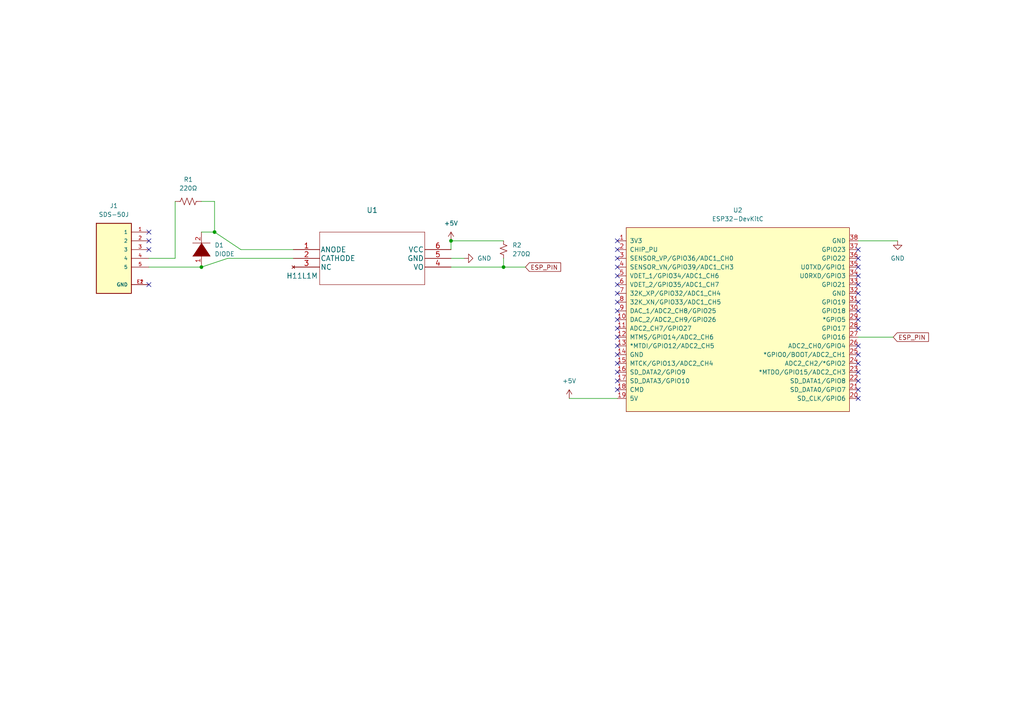
<source format=kicad_sch>
(kicad_sch (version 20211123) (generator eeschema)
  (paper "A4")
  (lib_symbols
    (symbol "Connector:SDS-50J" (pin_names (offset 1.016))
      (property "Reference" "J" (at -5.08 11.43 0))
      (property "Value" "SDS-50J" (at -5.08 -12.7 0))
      (symbol "SDS-50J_0_0"
        (rectangle (start -5.08 -10.16) (end 5.08 10.16) (stroke (width 0.254)) (fill (type background)))
        (pin passive line (at -10.16 7.62 0) (length 5.08) (name "1") (number "1"))
        (pin passive line (at -10.16 5.08 0) (length 5.08) (name "2") (number "2"))
        (pin passive line (at -10.16 2.54 0) (length 5.08) (name "3") (number "3"))
        (pin passive line (at -10.16 0 0) (length 5.08) (name "4") (number "4"))
        (pin passive line (at -10.16 -2.54 0) (length 5.08) (name "5") (number "5"))
        (pin power_in line (at -10.16 -7.62 0) (length 5.08) (name "GND") (number "E1"))
        (pin power_in line (at -10.16 -7.62 0) (length 5.08) (name "GND") (number "E2"))
      )
    )
    (symbol "Device:R_Small_US" (pin_numbers hide) (pin_names (offset 0.254) hide)
      (property "Reference" "R" (at 0.762 0.508 0))
      (property "Value" "R_Small_US" (at 0.762 -1.016 0))
      (symbol "R_Small_US_1_1"
        (polyline (pts (xy 0 0) (xy 1.016 -0.381) (xy 0 -0.762) (xy -1.016 -1.143) (xy 0 -1.524)))
        (polyline (pts (xy 0 1.524) (xy 1.016 1.143) (xy 0 0.762) (xy -1.016 0.381) (xy 0 0)))
        (pin passive line (at 0 2.54 270) (length 1.016) (name "~") (number "1"))
        (pin passive line (at 0 -2.54 90) (length 1.016) (name "~") (number "2"))
      )
    )
    (symbol "Device:R_US" (pin_numbers hide) (pin_names (offset 0))
      (property "Reference" "R" (at 2.54 0 90))
      (property "Value" "R_US" (at -2.54 0 90))
      (symbol "R_US_0_1"
        (polyline (pts (xy 0 -2.286) (xy 0 -2.54)))
        (polyline (pts (xy 0 2.286) (xy 0 2.54)))
        (polyline (pts (xy 0 -0.762) (xy 1.016 -1.143) (xy 0 -1.524) (xy -1.016 -1.905) (xy 0 -2.286)))
        (polyline (pts (xy 0 0.762) (xy 1.016 0.381) (xy 0 0) (xy -1.016 -0.381) (xy 0 -0.762)))
        (polyline (pts (xy 0 2.286) (xy 1.016 1.905) (xy 0 1.524) (xy -1.016 1.143) (xy 0 0.762)))
      )
      (symbol "R_US_1_1"
        (pin passive line (at 0 3.81 270) (length 1.27) (name "~") (number "1"))
        (pin passive line (at 0 -3.81 90) (length 1.27) (name "~") (number "2"))
      )
    )
    (symbol "Espressif:ESP32-DevKitC" (pin_names (offset 1.016))
      (property "Reference" "U" (at -8.89 26.67 0))
      (property "Value" "ESP32-DevKitC" (at 0 -29.21 0))
      (symbol "ESP32-DevKitC_0_0"
        (pin power_in line (at -33.02 -11.43 0) (length 2.54) (name "GND") (number "14"))
        (pin power_in line (at -33.02 -24.13 0) (length 2.54) (name "5V") (number "19"))
      )
      (symbol "ESP32-DevKitC_0_1"
        (rectangle (start -30.48 25.4) (end 34.29 -27.94) (fill (type background)))
      )
      (symbol "ESP32-DevKitC_1_1"
        (pin power_in line (at -33.02 21.59 0) (length 2.54) (name "3V3") (number "1"))
        (pin bidirectional line (at -33.02 -1.27 0) (length 2.54) (name "DAC_2/ADC2_CH9/GPIO26") (number "10"))
        (pin bidirectional line (at -33.02 -3.81 0) (length 2.54) (name "ADC2_CH7/GPIO27") (number "11"))
        (pin bidirectional line (at -33.02 -6.35 0) (length 2.54) (name "MTMS/GPIO14/ADC2_CH6") (number "12"))
        (pin bidirectional line (at -33.02 -8.89 0) (length 2.54) (name "*MTDI/GPIO12/ADC2_CH5") (number "13"))
        (pin bidirectional line (at -33.02 -13.97 0) (length 2.54) (name "MTCK/GPIO13/ADC2_CH4") (number "15"))
        (pin bidirectional line (at -33.02 -16.51 0) (length 2.54) (name "SD_DATA2/GPIO9") (number "16"))
        (pin bidirectional line (at -33.02 -19.05 0) (length 2.54) (name "SD_DATA3/GPIO10") (number "17"))
        (pin bidirectional line (at -33.02 -21.59 0) (length 2.54) (name "CMD") (number "18"))
        (pin input line (at -33.02 19.05 0) (length 2.54) (name "CHIP_PU") (number "2"))
        (pin bidirectional line (at 36.83 -24.13 180) (length 2.54) (name "SD_CLK/GPIO6") (number "20"))
        (pin bidirectional line (at 36.83 -21.59 180) (length 2.54) (name "SD_DATA0/GPIO7") (number "21"))
        (pin bidirectional line (at 36.83 -19.05 180) (length 2.54) (name "SD_DATA1/GPIO8") (number "22"))
        (pin bidirectional line (at 36.83 -16.51 180) (length 2.54) (name "*MTDO/GPIO15/ADC2_CH3") (number "23"))
        (pin bidirectional line (at 36.83 -13.97 180) (length 2.54) (name "ADC2_CH2/*GPIO2") (number "24"))
        (pin bidirectional line (at 36.83 -11.43 180) (length 2.54) (name "*GPIO0/BOOT/ADC2_CH1") (number "25"))
        (pin bidirectional line (at 36.83 -8.89 180) (length 2.54) (name "ADC2_CH0/GPIO4") (number "26"))
        (pin bidirectional line (at 36.83 -6.35 180) (length 2.54) (name "GPIO16") (number "27"))
        (pin bidirectional line (at 36.83 -3.81 180) (length 2.54) (name "GPIO17") (number "28"))
        (pin bidirectional line (at 36.83 -1.27 180) (length 2.54) (name "*GPIO5") (number "29"))
        (pin input line (at -33.02 16.51 0) (length 2.54) (name "SENSOR_VP/GPIO36/ADC1_CH0") (number "3"))
        (pin bidirectional line (at 36.83 1.27 180) (length 2.54) (name "GPIO18") (number "30"))
        (pin bidirectional line (at 36.83 3.81 180) (length 2.54) (name "GPIO19") (number "31"))
        (pin power_in line (at 36.83 6.35 180) (length 2.54) (name "GND") (number "32"))
        (pin bidirectional line (at 36.83 8.89 180) (length 2.54) (name "GPIO21") (number "33"))
        (pin bidirectional line (at 36.83 11.43 180) (length 2.54) (name "U0RXD/GPIO3") (number "34"))
        (pin bidirectional line (at 36.83 13.97 180) (length 2.54) (name "U0TXD/GPIO1") (number "35"))
        (pin bidirectional line (at 36.83 16.51 180) (length 2.54) (name "GPIO22") (number "36"))
        (pin bidirectional line (at 36.83 19.05 180) (length 2.54) (name "GPIO23") (number "37"))
        (pin power_in line (at 36.83 21.59 180) (length 2.54) (name "GND") (number "38"))
        (pin input line (at -33.02 13.97 0) (length 2.54) (name "SENSOR_VN/GPIO39/ADC1_CH3") (number "4"))
        (pin input line (at -33.02 11.43 0) (length 2.54) (name "VDET_1/GPIO34/ADC1_CH6") (number "5"))
        (pin input line (at -33.02 8.89 0) (length 2.54) (name "VDET_2/GPIO35/ADC1_CH7") (number "6"))
        (pin bidirectional line (at -33.02 6.35 0) (length 2.54) (name "32K_XP/GPIO32/ADC1_CH4") (number "7"))
        (pin bidirectional line (at -33.02 3.81 0) (length 2.54) (name "32K_XN/GPIO33/ADC1_CH5") (number "8"))
        (pin bidirectional line (at -33.02 1.27 0) (length 2.54) (name "DAC_1/ADC2_CH8/GPIO25") (number "9"))
      )
    )
    (symbol "OptoCoupler:H11L1M" (pin_names (offset 0.254))
      (property "Reference" "U" (at 22.86 10.16 0))
      (property "Value" "H11L1M" (at 22.86 7.62 0))
      (symbol "H11L1M_1_1"
        (polyline (pts (xy 7.62 -10.16) (xy 38.1 -10.16)) (stroke (width 0.127)))
        (polyline (pts (xy 7.62 5.08) (xy 7.62 -10.16)) (stroke (width 0.127)))
        (polyline (pts (xy 38.1 -10.16) (xy 38.1 5.08)) (stroke (width 0.127)))
        (polyline (pts (xy 38.1 5.08) (xy 7.62 5.08)) (stroke (width 0.127)))
        (pin unspecified line (at 0 0 0) (length 7.62) (name "ANODE") (number "1"))
        (pin unspecified line (at 0 -2.54 0) (length 7.62) (name "CATHODE") (number "2"))
        (pin no_connect line (at 0 -5.08 0) (length 7.62) (name "NC") (number "3"))
        (pin unspecified line (at 45.72 -5.08 180) (length 7.62) (name "VO") (number "4"))
        (pin power_in line (at 45.72 -2.54 180) (length 7.62) (name "GND") (number "5"))
        (pin power_in line (at 45.72 0 180) (length 7.62) (name "VCC") (number "6"))
      )
    )
    (symbol "power:+5V" (power) (pin_names (offset 0))
      (property "Value" "+5V" (at 0 3.556 0))
      (symbol "+5V_0_1"
        (polyline (pts (xy -0.762 1.27) (xy 0 2.54)))
        (polyline (pts (xy 0 0) (xy 0 2.54)))
        (polyline (pts (xy 0 2.54) (xy 0.762 1.27)))
      )
      (symbol "+5V_1_1"
        (pin power_in line (at 0 0 90) (length 0) hide (name "+5V") (number "1"))
      )
    )
    (symbol "power:GND" (power) (pin_names (offset 0))
      (property "Value" "GND" (at 0 -3.81 0))
      (symbol "GND_0_1"
        (polyline (pts (xy 0 0) (xy 0 -1.27) (xy 1.27 -1.27) (xy 0 -2.54) (xy -1.27 -1.27) (xy 0 -1.27)))
      )
      (symbol "GND_1_1"
        (pin power_in line (at 0 0 270) (length 0) hide (name "GND") (number "1"))
      )
    )
    (symbol "pspice:DIODE" (pin_names (offset 1.016) hide)
      (property "Reference" "D" (at 0 3.81 0))
      (property "Value" "DIODE" (at 0 -4.445 0))
      (symbol "DIODE_0_1"
        (polyline (pts (xy 1.905 2.54) (xy 1.905 -2.54)))
        (polyline (pts (xy -1.905 2.54) (xy -1.905 -2.54) (xy 1.905 0)) (fill (type outline)))
      )
      (symbol "DIODE_1_1"
        (pin input line (at -5.08 0 0) (length 3.81) (name "K") (number "1"))
        (pin input line (at 5.08 0 180) (length 3.81) (name "A") (number "2"))
      )
    )
  )
  (junction (at 130.81 69.85))
  (junction (at 146.05 77.47))
  (junction (at 58.42 77.47))
  (junction (at 62.23 67.31))
  (no_connect (at 43.18 67.31))
  (no_connect (at 43.18 69.85))
  (no_connect (at 43.18 72.39))
  (no_connect (at 43.18 82.55))
  (no_connect (at 179.07 85.09))
  (no_connect (at 179.07 87.63))
  (no_connect (at 179.07 90.17))
  (no_connect (at 179.07 92.71))
  (no_connect (at 179.07 95.25))
  (no_connect (at 179.07 72.39))
  (no_connect (at 179.07 74.93))
  (no_connect (at 179.07 77.47))
  (no_connect (at 179.07 80.01))
  (no_connect (at 179.07 82.55))
  (no_connect (at 179.07 97.79))
  (no_connect (at 179.07 100.33))
  (no_connect (at 179.07 69.85))
  (no_connect (at 179.07 110.49))
  (no_connect (at 179.07 113.03))
  (no_connect (at 179.07 102.87))
  (no_connect (at 179.07 105.41))
  (no_connect (at 179.07 107.95))
  (no_connect (at 248.92 72.39))
  (no_connect (at 248.92 74.93))
  (no_connect (at 248.92 115.57))
  (no_connect (at 248.92 113.03))
  (no_connect (at 248.92 110.49))
  (no_connect (at 248.92 107.95))
  (no_connect (at 248.92 105.41))
  (no_connect (at 248.92 85.09))
  (no_connect (at 248.92 95.25))
  (no_connect (at 248.92 92.71))
  (no_connect (at 248.92 77.47))
  (no_connect (at 248.92 80.01))
  (no_connect (at 248.92 82.55))
  (no_connect (at 248.92 102.87))
  (no_connect (at 248.92 100.33))
  (no_connect (at 248.92 90.17))
  (no_connect (at 248.92 87.63))
  (wire (pts (xy 50.8 74.93) (xy 50.8 58.42)))
  (wire (pts (xy 130.81 74.93) (xy 134.62 74.93)))
  (wire (pts (xy 62.23 58.42) (xy 62.23 67.31)))
  (wire (pts (xy 66.04 74.93) (xy 85.09 74.93)))
  (wire (pts (xy 69.85 72.39) (xy 85.09 72.39)))
  (wire (pts (xy 58.42 67.31) (xy 62.23 67.31)))
  (wire (pts (xy 43.18 74.93) (xy 50.8 74.93)))
  (wire (pts (xy 146.05 74.93) (xy 146.05 77.47)))
  (wire (pts (xy 248.92 69.85) (xy 260.35 69.85)))
  (wire (pts (xy 43.18 77.47) (xy 58.42 77.47)))
  (wire (pts (xy 146.05 77.47) (xy 152.4 77.47)))
  (wire (pts (xy 165.1 115.57) (xy 179.07 115.57)))
  (wire (pts (xy 62.23 67.31) (xy 69.85 72.39)))
  (wire (pts (xy 130.81 77.47) (xy 146.05 77.47)))
  (wire (pts (xy 58.42 58.42) (xy 62.23 58.42)))
  (wire (pts (xy 248.92 97.79) (xy 259.08 97.79)))
  (wire (pts (xy 66.04 74.93) (xy 58.42 77.47)))
  (wire (pts (xy 130.81 69.85) (xy 130.81 72.39)))
  (wire (pts (xy 130.81 69.85) (xy 146.05 69.85)))
  (global_label "ESP_PIN" (shape input) (at 152.4 77.47 0) (property "Intersheet References" "${INTERSHEET_REFS}" (effects hide)))
  (global_label "ESP_PIN" (shape input) (at 259.08 97.79 0) (property "Intersheet References" "${INTERSHEET_REFS}" (effects hide)))
  (symbol (lib_id "Device:R_Small_US") (at 146.05 72.39 0) (unit 1)
    (property "Reference" "R2" (at 148.59 71.1199 0) (effects (justify left)))
    (property "Value" "270Ω" (at 148.59 73.6599 0) (effects (justify left)))
    (property "Footprint" "Resistor_THT:R_Axial_DIN0207_L6.3mm_D2.5mm_P7.62mm_Horizontal" (effects hide))
  )
  (symbol (lib_id "power:GND") (at 260.35 69.85 0) (unit 1)
    (property "Reference" "#PWR04" (effects hide))
    (property "Value" "GND" (at 260.35 74.93 0))
  )
  (symbol (lib_id "Connector:SDS-50J") (at 33.02 74.93 0) (mirror y) (unit 1)
    (property "Reference" "J1" (at 33.02 59.69 0))
    (property "Value" "SDS-50J" (at 33.02 62.23 0))
    (property "Footprint" "CUI_SDS-50J" (effects hide))
    (property "MANUFACTURER" "CUI Devices" (effects hide))
    (property "STANDARD" "Manufacturer Recommendations" (effects hide))
    (property "PARTREV" "1.06/02-13-2020" (effects hide))
    (property "MAXIMUM_PACKAGE_HEIGHT" "21.40mm" (effects hide))
  )
  (symbol (lib_id "Espressif:ESP32-DevKitC") (at 212.09 91.44 0) (unit 1)
    (property "Reference" "U2" (at 213.995 60.96 0))
    (property "Value" "ESP32-DevKitC" (at 213.995 63.5 0))
    (property "Footprint" "Espressif:ESP32-DevKitC" (effects hide))
    (property "Datasheet" "https://docs.espressif.com/projects/esp-idf/zh_CN/latest/esp32/hw-reference/esp32/get-started-devkitc.html" (effects hide))
  )
  (symbol (lib_id "power:+5V") (at 130.81 69.85 0) (unit 1)
    (property "Reference" "#PWR01" (effects hide))
    (property "Value" "+5V" (at 130.81 64.77 0))
  )
  (symbol (lib_id "pspice:DIODE") (at 58.42 72.39 90) (unit 1)
    (property "Reference" "D1" (at 62.23 71.1199 90) (effects (justify right)))
    (property "Value" "DIODE" (at 62.23 73.6599 90) (effects (justify right)))
    (property "Footprint" "Diode_THT:D_T-1_P5.08mm_Horizontal" (effects hide))
  )
  (symbol (lib_id "Device:R_US") (at 54.61 58.42 270) (unit 1)
    (property "Reference" "R1" (at 54.61 52.07 90))
    (property "Value" "220Ω" (at 54.61 54.61 90))
    (property "Footprint" "Resistor_THT:R_Axial_DIN0207_L6.3mm_D2.5mm_P7.62mm_Horizontal" (effects hide))
  )
  (symbol (lib_id "OptoCoupler:H11L1M") (at 85.09 72.39 0) (unit 1)
    (property "Reference" "U1" (at 107.95 60.96 0) (effects (font (size 1.524 1.524))))
    (property "Value" "H11L1M" (at 87.63 80.01 0) (effects (font (size 1.524 1.524))))
    (property "Footprint" "Opto:H11L1M" (effects hide))
  )
  (symbol (lib_id "power:GND") (at 134.62 74.93 90) (unit 1)
    (property "Reference" "#PWR02" (effects hide))
    (property "Value" "GND" (at 138.43 74.9299 90) (effects (justify right)))
  )
  (symbol (lib_id "power:+5V") (at 165.1 115.57 0) (unit 1)
    (property "Reference" "#PWR03" (effects hide))
    (property "Value" "+5V" (at 165.1 110.49 0))
  )
)
</source>
